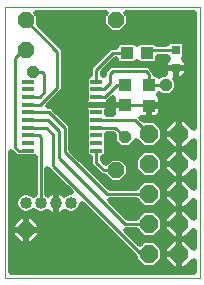
<source format=gtl>
G75*
%MOIN*%
%OFA0B0*%
%FSLAX25Y25*%
%IPPOS*%
%LPD*%
%AMOC8*
5,1,8,0,0,1.08239X$1,22.5*
%
%ADD10C,0.00000*%
%ADD11R,0.03900X0.01200*%
%ADD12R,0.03937X0.04331*%
%ADD13C,0.04000*%
%ADD14R,0.03150X0.03150*%
%ADD15OC8,0.06000*%
%ADD16R,0.04252X0.04134*%
%ADD17OC8,0.05200*%
%ADD18C,0.01000*%
%ADD19OC8,0.04134*%
%ADD20C,0.01969*%
D10*
X0002320Y0001984D02*
X0002320Y0092535D01*
X0067280Y0092535D01*
X0067280Y0001984D01*
X0002320Y0001984D01*
D11*
X0009864Y0044469D03*
X0009864Y0047028D03*
X0009864Y0049587D03*
X0009864Y0052146D03*
X0009864Y0054705D03*
X0009864Y0057264D03*
X0009864Y0059823D03*
X0009864Y0062382D03*
X0009864Y0064941D03*
X0009864Y0067500D03*
X0032838Y0067500D03*
X0032838Y0064941D03*
X0032838Y0062382D03*
X0032838Y0059823D03*
X0032838Y0057264D03*
X0032838Y0054705D03*
X0032838Y0052146D03*
X0032838Y0049587D03*
X0032838Y0047028D03*
X0032838Y0044469D03*
D12*
X0042351Y0059638D03*
X0042351Y0066331D03*
X0043005Y0076984D03*
X0049697Y0076984D03*
D13*
X0024351Y0026984D03*
X0019351Y0026984D03*
X0014351Y0026984D03*
X0009351Y0026984D03*
D14*
X0059351Y0072031D03*
X0059351Y0077937D03*
D15*
X0060351Y0049984D03*
X0060351Y0039984D03*
X0060351Y0029984D03*
X0060351Y0019984D03*
X0060351Y0009984D03*
X0050351Y0009984D03*
X0050351Y0019984D03*
X0050351Y0029984D03*
X0050351Y0039984D03*
X0050351Y0049984D03*
D16*
X0050351Y0059539D03*
X0050351Y0066429D03*
D17*
X0039351Y0087984D03*
X0009351Y0087984D03*
X0009351Y0077984D03*
X0039351Y0037984D03*
X0009351Y0017984D03*
D18*
X0016351Y0017984D01*
X0019351Y0020984D01*
X0019351Y0026984D01*
X0014351Y0026984D02*
X0014351Y0032984D01*
X0014351Y0048984D01*
X0013749Y0049587D01*
X0009864Y0049587D01*
X0009864Y0052146D02*
X0016190Y0052146D01*
X0018351Y0049984D01*
X0018351Y0039368D01*
X0047735Y0009984D01*
X0050351Y0009984D01*
X0050351Y0019984D02*
X0042351Y0019984D01*
X0020351Y0041984D01*
X0020351Y0050984D01*
X0016631Y0054705D01*
X0009864Y0054705D01*
X0009864Y0057264D02*
X0017072Y0057264D01*
X0022351Y0051984D01*
X0022351Y0043984D01*
X0036351Y0029984D01*
X0050351Y0029984D01*
X0039351Y0037984D02*
X0035351Y0037984D01*
X0032838Y0040497D01*
X0032838Y0044469D01*
X0032838Y0052146D02*
X0039190Y0052146D01*
X0042351Y0048984D01*
X0045631Y0054705D02*
X0032838Y0054705D01*
X0032838Y0059823D02*
X0025190Y0059823D01*
X0022351Y0056984D01*
X0016631Y0054705D02*
X0016631Y0054705D01*
X0014190Y0059823D02*
X0009864Y0059823D01*
X0009864Y0062382D02*
X0013864Y0062382D01*
X0015409Y0063927D01*
X0015409Y0069927D01*
X0014568Y0070767D01*
X0011612Y0070767D01*
X0005851Y0075484D02*
X0008351Y0077984D01*
X0009351Y0077984D01*
X0005851Y0075484D02*
X0005851Y0045484D01*
X0006867Y0044469D01*
X0009864Y0044469D01*
X0014190Y0059823D02*
X0019851Y0065484D01*
X0019851Y0077484D01*
X0009351Y0087984D01*
X0018351Y0084984D02*
X0019351Y0083984D01*
X0046351Y0083984D01*
X0050650Y0077937D02*
X0049697Y0076984D01*
X0050650Y0077937D02*
X0059351Y0077937D01*
X0059351Y0072031D02*
X0059351Y0060244D01*
X0060351Y0059244D01*
X0060351Y0049984D01*
X0059351Y0060244D02*
X0051056Y0060244D01*
X0050351Y0059539D01*
X0050068Y0059823D01*
X0042166Y0059823D01*
X0042351Y0059638D01*
X0042166Y0059823D02*
X0032838Y0059823D01*
X0032838Y0062382D02*
X0035749Y0062382D01*
X0039697Y0066331D01*
X0042351Y0066331D01*
X0038351Y0070984D02*
X0049351Y0070984D01*
X0050351Y0069984D01*
X0050351Y0066429D01*
X0056056Y0066429D01*
X0045631Y0054705D02*
X0050351Y0049984D01*
X0035308Y0064941D02*
X0037351Y0066984D01*
X0037351Y0069984D01*
X0038351Y0070984D01*
X0032838Y0071472D02*
X0038351Y0076984D01*
X0043005Y0076984D01*
X0035308Y0064941D02*
X0032838Y0064941D01*
X0032838Y0067500D02*
X0032838Y0071472D01*
D19*
X0022351Y0056984D03*
X0011612Y0070767D03*
X0018351Y0084984D03*
X0042351Y0048984D03*
X0056056Y0066429D03*
X0046351Y0083984D03*
D20*
X0045629Y0080734D02*
X0040380Y0080734D01*
X0039452Y0079806D01*
X0039452Y0079068D01*
X0037488Y0079068D01*
X0031975Y0073556D01*
X0030754Y0072335D01*
X0030754Y0069684D01*
X0030232Y0069684D01*
X0029304Y0068756D01*
X0029304Y0066244D01*
X0029327Y0066220D01*
X0029304Y0066197D01*
X0029304Y0063685D01*
X0029327Y0063661D01*
X0029304Y0063638D01*
X0029304Y0061645D01*
X0029301Y0061641D01*
X0029039Y0061189D01*
X0028904Y0060684D01*
X0028904Y0059823D01*
X0032838Y0059823D01*
X0032838Y0059823D01*
X0028904Y0059823D01*
X0028904Y0058962D01*
X0029039Y0058457D01*
X0029301Y0058004D01*
X0029304Y0058001D01*
X0029304Y0056008D01*
X0029327Y0055984D01*
X0029304Y0055961D01*
X0029304Y0053448D01*
X0029327Y0053425D01*
X0029304Y0053402D01*
X0029304Y0050889D01*
X0029327Y0050866D01*
X0029304Y0050843D01*
X0029304Y0048330D01*
X0029327Y0048307D01*
X0029304Y0048284D01*
X0029304Y0045771D01*
X0029327Y0045748D01*
X0029304Y0045725D01*
X0029304Y0043212D01*
X0030232Y0042284D01*
X0030754Y0042284D01*
X0030754Y0039634D01*
X0031975Y0038413D01*
X0034488Y0035900D01*
X0035518Y0035900D01*
X0037618Y0033800D01*
X0041084Y0033800D01*
X0043535Y0036251D01*
X0043535Y0039717D01*
X0041084Y0042168D01*
X0037618Y0042168D01*
X0035866Y0040417D01*
X0034923Y0041360D01*
X0034923Y0042284D01*
X0035445Y0042284D01*
X0036373Y0043212D01*
X0036373Y0045725D01*
X0036349Y0045748D01*
X0036373Y0045771D01*
X0036373Y0048284D01*
X0036349Y0048307D01*
X0036373Y0048330D01*
X0036373Y0050061D01*
X0038326Y0050061D01*
X0038700Y0049688D01*
X0038700Y0047472D01*
X0040839Y0045333D01*
X0043863Y0045333D01*
X0046002Y0047472D01*
X0046002Y0047850D01*
X0048452Y0045400D01*
X0052250Y0045400D01*
X0054935Y0048085D01*
X0054935Y0051883D01*
X0052250Y0054568D01*
X0048714Y0054568D01*
X0047733Y0055550D01*
X0047964Y0055488D01*
X0050302Y0055488D01*
X0050302Y0059490D01*
X0050400Y0059490D01*
X0050400Y0055488D01*
X0052738Y0055488D01*
X0053243Y0055623D01*
X0053695Y0055885D01*
X0054065Y0056254D01*
X0054326Y0056707D01*
X0054461Y0057211D01*
X0054461Y0059490D01*
X0050400Y0059490D01*
X0050400Y0059589D01*
X0054461Y0059589D01*
X0054461Y0061868D01*
X0054326Y0062372D01*
X0054065Y0062825D01*
X0053695Y0063194D01*
X0053603Y0063248D01*
X0053838Y0063483D01*
X0054543Y0062778D01*
X0057568Y0062778D01*
X0059707Y0064917D01*
X0059707Y0067941D01*
X0059176Y0068472D01*
X0059351Y0068472D01*
X0061187Y0068472D01*
X0061692Y0068608D01*
X0062144Y0068869D01*
X0062514Y0069238D01*
X0062775Y0069691D01*
X0062910Y0070195D01*
X0062910Y0072031D01*
X0059351Y0072031D01*
X0059351Y0068472D01*
X0059351Y0072031D01*
X0059351Y0072031D01*
X0055792Y0072031D01*
X0055792Y0070195D01*
X0055823Y0070080D01*
X0054543Y0070080D01*
X0053838Y0069375D01*
X0053133Y0070080D01*
X0052435Y0070080D01*
X0052435Y0070848D01*
X0051435Y0071848D01*
X0050214Y0073068D01*
X0037488Y0073068D01*
X0036488Y0072068D01*
X0035267Y0070848D01*
X0035267Y0069684D01*
X0034923Y0069684D01*
X0034923Y0070608D01*
X0039214Y0074900D01*
X0039452Y0074900D01*
X0039452Y0074163D01*
X0040380Y0073235D01*
X0045629Y0073235D01*
X0046351Y0073956D01*
X0047073Y0073235D01*
X0052322Y0073235D01*
X0053250Y0074163D01*
X0053250Y0075853D01*
X0056192Y0075853D01*
X0056192Y0075706D01*
X0056650Y0075248D01*
X0056558Y0075194D01*
X0056188Y0074825D01*
X0055927Y0074372D01*
X0055792Y0073868D01*
X0055792Y0072032D01*
X0059351Y0072032D01*
X0059351Y0072031D01*
X0059351Y0072032D01*
X0062910Y0072032D01*
X0062910Y0073868D01*
X0062775Y0074372D01*
X0062514Y0074825D01*
X0062144Y0075194D01*
X0062052Y0075248D01*
X0062510Y0075706D01*
X0062510Y0080168D01*
X0061582Y0081096D01*
X0057120Y0081096D01*
X0056192Y0080168D01*
X0056192Y0080021D01*
X0053035Y0080021D01*
X0052322Y0080734D01*
X0047073Y0080734D01*
X0046351Y0080012D01*
X0045629Y0080734D01*
X0045698Y0080665D02*
X0047004Y0080665D01*
X0043535Y0086251D02*
X0043535Y0089717D01*
X0042701Y0090551D01*
X0065296Y0090551D01*
X0065296Y0052088D01*
X0062416Y0054968D01*
X0060367Y0054968D01*
X0060367Y0050000D01*
X0060335Y0050000D01*
X0060335Y0049968D01*
X0060367Y0049968D01*
X0060367Y0045000D01*
X0062416Y0045000D01*
X0065296Y0047880D01*
X0065296Y0042088D01*
X0062416Y0044968D01*
X0060367Y0044968D01*
X0060367Y0040000D01*
X0060335Y0040000D01*
X0060335Y0039968D01*
X0060367Y0039968D01*
X0060367Y0035000D01*
X0062416Y0035000D01*
X0065296Y0037880D01*
X0065296Y0032088D01*
X0062416Y0034968D01*
X0060367Y0034968D01*
X0060367Y0030000D01*
X0060335Y0030000D01*
X0060335Y0029968D01*
X0060367Y0029968D01*
X0060367Y0025000D01*
X0062416Y0025000D01*
X0065296Y0027880D01*
X0065296Y0022088D01*
X0062416Y0024968D01*
X0060367Y0024968D01*
X0060367Y0020000D01*
X0060335Y0020000D01*
X0060335Y0019968D01*
X0060367Y0019968D01*
X0060367Y0015000D01*
X0062416Y0015000D01*
X0065296Y0017880D01*
X0065296Y0012088D01*
X0062416Y0014968D01*
X0060367Y0014968D01*
X0060367Y0010000D01*
X0060335Y0010000D01*
X0060335Y0009968D01*
X0060367Y0009968D01*
X0060367Y0005000D01*
X0062416Y0005000D01*
X0065296Y0007880D01*
X0065296Y0003968D01*
X0004304Y0003968D01*
X0004304Y0044084D01*
X0004988Y0043400D01*
X0006003Y0042384D01*
X0007157Y0042384D01*
X0007257Y0042284D01*
X0012267Y0042284D01*
X0012267Y0029969D01*
X0011851Y0029553D01*
X0011381Y0030023D01*
X0010064Y0030568D01*
X0008638Y0030568D01*
X0007321Y0030023D01*
X0006312Y0029015D01*
X0005767Y0027697D01*
X0005767Y0026271D01*
X0006312Y0024954D01*
X0007321Y0023946D01*
X0008638Y0023400D01*
X0010064Y0023400D01*
X0011381Y0023946D01*
X0011851Y0024415D01*
X0012321Y0023946D01*
X0013638Y0023400D01*
X0015064Y0023400D01*
X0016381Y0023946D01*
X0016568Y0024133D01*
X0016811Y0023889D01*
X0017464Y0023453D01*
X0018189Y0023153D01*
X0018959Y0023000D01*
X0019351Y0023000D01*
X0019351Y0026984D01*
X0019351Y0026984D01*
X0019351Y0023000D01*
X0019743Y0023000D01*
X0020513Y0023153D01*
X0021238Y0023453D01*
X0021891Y0023889D01*
X0022134Y0024133D01*
X0022321Y0023946D01*
X0023638Y0023400D01*
X0025064Y0023400D01*
X0026381Y0023946D01*
X0027390Y0024954D01*
X0027935Y0026271D01*
X0027935Y0026837D01*
X0045767Y0009005D01*
X0045767Y0008085D01*
X0048452Y0005400D01*
X0052250Y0005400D01*
X0054935Y0008085D01*
X0054935Y0011883D01*
X0052250Y0014568D01*
X0048452Y0014568D01*
X0047275Y0013392D01*
X0042767Y0017900D01*
X0045952Y0017900D01*
X0048452Y0015400D01*
X0052250Y0015400D01*
X0054935Y0018085D01*
X0054935Y0021883D01*
X0052250Y0024568D01*
X0048452Y0024568D01*
X0045952Y0022068D01*
X0043214Y0022068D01*
X0037383Y0027900D01*
X0045952Y0027900D01*
X0048452Y0025400D01*
X0052250Y0025400D01*
X0054935Y0028085D01*
X0054935Y0031883D01*
X0052250Y0034568D01*
X0048452Y0034568D01*
X0045952Y0032068D01*
X0037214Y0032068D01*
X0024435Y0044848D01*
X0024435Y0052848D01*
X0023214Y0054068D01*
X0019156Y0058127D01*
X0017935Y0059348D01*
X0016662Y0059348D01*
X0021935Y0064621D01*
X0021935Y0078348D01*
X0013535Y0086748D01*
X0013535Y0089717D01*
X0012701Y0090551D01*
X0036001Y0090551D01*
X0035167Y0089717D01*
X0035167Y0086251D01*
X0037618Y0083800D01*
X0041084Y0083800D01*
X0043535Y0086251D01*
X0043535Y0086566D02*
X0065296Y0086566D01*
X0065296Y0088533D02*
X0043535Y0088533D01*
X0042753Y0090500D02*
X0065296Y0090500D01*
X0065296Y0084599D02*
X0041883Y0084599D01*
X0040311Y0080665D02*
X0019618Y0080665D01*
X0017651Y0082632D02*
X0065296Y0082632D01*
X0065296Y0080665D02*
X0062013Y0080665D01*
X0062510Y0078698D02*
X0065296Y0078698D01*
X0065296Y0076731D02*
X0062510Y0076731D01*
X0062549Y0074764D02*
X0065296Y0074764D01*
X0065296Y0072797D02*
X0062910Y0072797D01*
X0062910Y0070830D02*
X0065296Y0070830D01*
X0065296Y0068863D02*
X0062134Y0068863D01*
X0059707Y0066896D02*
X0065296Y0066896D01*
X0065296Y0064929D02*
X0059707Y0064929D01*
X0057752Y0062962D02*
X0065296Y0062962D01*
X0065296Y0060995D02*
X0054461Y0060995D01*
X0054461Y0059028D02*
X0065296Y0059028D01*
X0065296Y0057061D02*
X0054421Y0057061D01*
X0053692Y0053127D02*
X0056445Y0053127D01*
X0055367Y0052049D02*
X0055367Y0050000D01*
X0060335Y0050000D01*
X0060335Y0054968D01*
X0058286Y0054968D01*
X0055367Y0052049D01*
X0055367Y0051160D02*
X0054935Y0051160D01*
X0055367Y0049968D02*
X0055367Y0047920D01*
X0058286Y0045000D01*
X0060335Y0045000D01*
X0060335Y0049968D01*
X0055367Y0049968D01*
X0055367Y0049193D02*
X0054935Y0049193D01*
X0054075Y0047226D02*
X0056061Y0047226D01*
X0058028Y0045259D02*
X0036373Y0045259D01*
X0036373Y0047226D02*
X0038946Y0047226D01*
X0038700Y0049193D02*
X0036373Y0049193D01*
X0036373Y0043292D02*
X0047175Y0043292D01*
X0048452Y0044568D02*
X0045767Y0041883D01*
X0045767Y0038085D01*
X0048452Y0035400D01*
X0052250Y0035400D01*
X0054935Y0038085D01*
X0054935Y0041883D01*
X0052250Y0044568D01*
X0048452Y0044568D01*
X0046627Y0047226D02*
X0045756Y0047226D01*
X0045767Y0041325D02*
X0041928Y0041325D01*
X0043535Y0039358D02*
X0045767Y0039358D01*
X0046462Y0037391D02*
X0043535Y0037391D01*
X0042708Y0035424D02*
X0048429Y0035424D01*
X0047340Y0033456D02*
X0035826Y0033456D01*
X0035994Y0035424D02*
X0033859Y0035424D01*
X0032997Y0037391D02*
X0031892Y0037391D01*
X0031030Y0039358D02*
X0029925Y0039358D01*
X0030754Y0041325D02*
X0027958Y0041325D01*
X0029304Y0043292D02*
X0025991Y0043292D01*
X0024435Y0045259D02*
X0029304Y0045259D01*
X0029304Y0047226D02*
X0024435Y0047226D01*
X0024435Y0049193D02*
X0029304Y0049193D01*
X0029304Y0051160D02*
X0024435Y0051160D01*
X0024156Y0053127D02*
X0029304Y0053127D01*
X0029304Y0055094D02*
X0022189Y0055094D01*
X0020222Y0057061D02*
X0029304Y0057061D01*
X0028904Y0059028D02*
X0018255Y0059028D01*
X0018309Y0060995D02*
X0028987Y0060995D01*
X0029304Y0062962D02*
X0020276Y0062962D01*
X0021935Y0064929D02*
X0029304Y0064929D01*
X0029304Y0066896D02*
X0021935Y0066896D01*
X0021935Y0068863D02*
X0029411Y0068863D01*
X0030754Y0070830D02*
X0021935Y0070830D01*
X0021935Y0072797D02*
X0031216Y0072797D01*
X0033183Y0074764D02*
X0021935Y0074764D01*
X0021935Y0076731D02*
X0035150Y0076731D01*
X0037117Y0078698D02*
X0021585Y0078698D01*
X0015684Y0084599D02*
X0036819Y0084599D01*
X0035167Y0086566D02*
X0013717Y0086566D01*
X0013535Y0088533D02*
X0035167Y0088533D01*
X0035949Y0090500D02*
X0012753Y0090500D01*
X0035144Y0070830D02*
X0035267Y0070830D01*
X0037111Y0072797D02*
X0037216Y0072797D01*
X0039078Y0074764D02*
X0039452Y0074764D01*
X0038405Y0062091D02*
X0038398Y0062064D01*
X0038398Y0059638D01*
X0042351Y0059638D01*
X0042351Y0059638D01*
X0038398Y0059638D01*
X0038398Y0057211D01*
X0038511Y0056789D01*
X0036373Y0056789D01*
X0036373Y0058001D01*
X0036376Y0058004D01*
X0036637Y0058457D01*
X0036773Y0058962D01*
X0036773Y0059823D01*
X0036773Y0060458D01*
X0038405Y0062091D01*
X0038398Y0060995D02*
X0037309Y0060995D01*
X0036773Y0059823D02*
X0032839Y0059823D01*
X0032839Y0059823D01*
X0036773Y0059823D01*
X0036773Y0059028D02*
X0038398Y0059028D01*
X0038439Y0057061D02*
X0036373Y0057061D01*
X0048189Y0055094D02*
X0065296Y0055094D01*
X0065296Y0053127D02*
X0064257Y0053127D01*
X0060367Y0053127D02*
X0060335Y0053127D01*
X0060335Y0051160D02*
X0060367Y0051160D01*
X0060335Y0049193D02*
X0060367Y0049193D01*
X0060335Y0047226D02*
X0060367Y0047226D01*
X0060335Y0045259D02*
X0060367Y0045259D01*
X0060335Y0044968D02*
X0058286Y0044968D01*
X0055367Y0042049D01*
X0055367Y0040000D01*
X0060335Y0040000D01*
X0060335Y0044968D01*
X0060335Y0043292D02*
X0060367Y0043292D01*
X0060335Y0041325D02*
X0060367Y0041325D01*
X0060335Y0039968D02*
X0055367Y0039968D01*
X0055367Y0037920D01*
X0058286Y0035000D01*
X0060335Y0035000D01*
X0060335Y0039968D01*
X0060335Y0039358D02*
X0060367Y0039358D01*
X0060335Y0037391D02*
X0060367Y0037391D01*
X0060335Y0035424D02*
X0060367Y0035424D01*
X0060335Y0034968D02*
X0058286Y0034968D01*
X0055367Y0032049D01*
X0055367Y0030000D01*
X0060335Y0030000D01*
X0060335Y0034968D01*
X0060335Y0033456D02*
X0060367Y0033456D01*
X0060335Y0031489D02*
X0060367Y0031489D01*
X0060335Y0029968D02*
X0055367Y0029968D01*
X0055367Y0027920D01*
X0058286Y0025000D01*
X0060335Y0025000D01*
X0060335Y0029968D01*
X0060335Y0029522D02*
X0060367Y0029522D01*
X0060335Y0027555D02*
X0060367Y0027555D01*
X0060335Y0025588D02*
X0060367Y0025588D01*
X0060335Y0024968D02*
X0058286Y0024968D01*
X0055367Y0022049D01*
X0055367Y0020000D01*
X0060335Y0020000D01*
X0060335Y0024968D01*
X0060335Y0023621D02*
X0060367Y0023621D01*
X0060335Y0021654D02*
X0060367Y0021654D01*
X0060335Y0019968D02*
X0055367Y0019968D01*
X0055367Y0017920D01*
X0058286Y0015000D01*
X0060335Y0015000D01*
X0060335Y0019968D01*
X0060335Y0019687D02*
X0060367Y0019687D01*
X0060335Y0017720D02*
X0060367Y0017720D01*
X0060335Y0015753D02*
X0060367Y0015753D01*
X0060335Y0014968D02*
X0058286Y0014968D01*
X0055367Y0012049D01*
X0055367Y0010000D01*
X0060335Y0010000D01*
X0060335Y0014968D01*
X0060335Y0013786D02*
X0060367Y0013786D01*
X0060335Y0011819D02*
X0060367Y0011819D01*
X0060335Y0009968D02*
X0055367Y0009968D01*
X0055367Y0007920D01*
X0058286Y0005000D01*
X0060335Y0005000D01*
X0060335Y0009968D01*
X0060335Y0009852D02*
X0060367Y0009852D01*
X0060335Y0007885D02*
X0060367Y0007885D01*
X0060335Y0005918D02*
X0060367Y0005918D01*
X0063334Y0005918D02*
X0065296Y0005918D01*
X0065296Y0013786D02*
X0063598Y0013786D01*
X0063169Y0015753D02*
X0065296Y0015753D01*
X0065296Y0017720D02*
X0065136Y0017720D01*
X0065296Y0023621D02*
X0063763Y0023621D01*
X0063004Y0025588D02*
X0065296Y0025588D01*
X0065296Y0027555D02*
X0064971Y0027555D01*
X0065296Y0033456D02*
X0063928Y0033456D01*
X0062839Y0035424D02*
X0065296Y0035424D01*
X0065296Y0037391D02*
X0064806Y0037391D01*
X0065296Y0043292D02*
X0064092Y0043292D01*
X0065296Y0045259D02*
X0062674Y0045259D01*
X0064641Y0047226D02*
X0065296Y0047226D01*
X0057863Y0035424D02*
X0052273Y0035424D01*
X0053362Y0033456D02*
X0056774Y0033456D01*
X0055367Y0031489D02*
X0054935Y0031489D01*
X0054935Y0029522D02*
X0055367Y0029522D01*
X0055731Y0027555D02*
X0054405Y0027555D01*
X0052438Y0025588D02*
X0057698Y0025588D01*
X0056939Y0023621D02*
X0053197Y0023621D01*
X0054935Y0021654D02*
X0055367Y0021654D01*
X0055367Y0019687D02*
X0054935Y0019687D01*
X0054570Y0017720D02*
X0055566Y0017720D01*
X0057533Y0015753D02*
X0052603Y0015753D01*
X0053032Y0013786D02*
X0057104Y0013786D01*
X0055367Y0011819D02*
X0054935Y0011819D01*
X0054935Y0009852D02*
X0055367Y0009852D01*
X0055401Y0007885D02*
X0054735Y0007885D01*
X0052768Y0005918D02*
X0057368Y0005918D01*
X0047934Y0005918D02*
X0004304Y0005918D01*
X0004304Y0007885D02*
X0045967Y0007885D01*
X0044919Y0009852D02*
X0004304Y0009852D01*
X0004304Y0011819D02*
X0042952Y0011819D01*
X0040985Y0013786D02*
X0011636Y0013786D01*
X0011250Y0013400D02*
X0013935Y0016085D01*
X0013935Y0017984D01*
X0009351Y0017984D01*
X0009351Y0017984D01*
X0009351Y0013400D01*
X0007452Y0013400D01*
X0004767Y0016085D01*
X0004767Y0017984D01*
X0009351Y0017984D01*
X0009351Y0013400D01*
X0011250Y0013400D01*
X0009351Y0013786D02*
X0009351Y0013786D01*
X0009351Y0015753D02*
X0009351Y0015753D01*
X0009351Y0017720D02*
X0009351Y0017720D01*
X0009351Y0017984D02*
X0009351Y0017984D01*
X0009351Y0017984D01*
X0004767Y0017984D01*
X0004767Y0019883D01*
X0007452Y0022568D01*
X0009351Y0022568D01*
X0011250Y0022568D01*
X0013935Y0019883D01*
X0013935Y0017984D01*
X0009351Y0017984D01*
X0009351Y0022568D01*
X0009351Y0017984D01*
X0009351Y0017984D01*
X0009351Y0019687D02*
X0009351Y0019687D01*
X0009351Y0021654D02*
X0009351Y0021654D01*
X0008104Y0023621D02*
X0004304Y0023621D01*
X0004304Y0021654D02*
X0006538Y0021654D01*
X0004767Y0019687D02*
X0004304Y0019687D01*
X0004304Y0017720D02*
X0004767Y0017720D01*
X0005099Y0015753D02*
X0004304Y0015753D01*
X0004304Y0013786D02*
X0007066Y0013786D01*
X0012164Y0021654D02*
X0033117Y0021654D01*
X0035084Y0019687D02*
X0013935Y0019687D01*
X0013935Y0017720D02*
X0037051Y0017720D01*
X0039018Y0015753D02*
X0013603Y0015753D01*
X0013104Y0023621D02*
X0010599Y0023621D01*
X0006050Y0025588D02*
X0004304Y0025588D01*
X0004304Y0027555D02*
X0005767Y0027555D01*
X0006820Y0029522D02*
X0004304Y0029522D01*
X0004304Y0031489D02*
X0012267Y0031489D01*
X0012267Y0033456D02*
X0004304Y0033456D01*
X0004304Y0035424D02*
X0012267Y0035424D01*
X0012267Y0037391D02*
X0004304Y0037391D01*
X0004304Y0039358D02*
X0012267Y0039358D01*
X0012267Y0041325D02*
X0004304Y0041325D01*
X0004304Y0043292D02*
X0005096Y0043292D01*
X0016435Y0038337D02*
X0016435Y0029969D01*
X0016568Y0029836D01*
X0016811Y0030079D01*
X0017464Y0030515D01*
X0018189Y0030815D01*
X0018959Y0030968D01*
X0019351Y0030968D01*
X0019351Y0026984D01*
X0019351Y0026984D01*
X0019351Y0030968D01*
X0019743Y0030968D01*
X0020513Y0030815D01*
X0021238Y0030515D01*
X0021891Y0030079D01*
X0022134Y0029836D01*
X0022321Y0030023D01*
X0023638Y0030568D01*
X0024203Y0030568D01*
X0016435Y0038337D01*
X0016435Y0037391D02*
X0017381Y0037391D01*
X0016435Y0035424D02*
X0019348Y0035424D01*
X0021315Y0033456D02*
X0016435Y0033456D01*
X0016435Y0031489D02*
X0023282Y0031489D01*
X0019351Y0029522D02*
X0019351Y0029522D01*
X0019351Y0027555D02*
X0019351Y0027555D01*
X0019351Y0025588D02*
X0019351Y0025588D01*
X0019351Y0023621D02*
X0019351Y0023621D01*
X0017212Y0023621D02*
X0015599Y0023621D01*
X0021490Y0023621D02*
X0023104Y0023621D01*
X0025599Y0023621D02*
X0031150Y0023621D01*
X0029183Y0025588D02*
X0027652Y0025588D01*
X0037727Y0027555D02*
X0046297Y0027555D01*
X0048264Y0025588D02*
X0039694Y0025588D01*
X0041661Y0023621D02*
X0047505Y0023621D01*
X0046132Y0017720D02*
X0042947Y0017720D01*
X0044914Y0015753D02*
X0048099Y0015753D01*
X0047670Y0013786D02*
X0046881Y0013786D01*
X0054240Y0037391D02*
X0055896Y0037391D01*
X0055367Y0039358D02*
X0054935Y0039358D01*
X0054935Y0041325D02*
X0055367Y0041325D01*
X0056610Y0043292D02*
X0053527Y0043292D01*
X0050400Y0057061D02*
X0050302Y0057061D01*
X0050302Y0059028D02*
X0050400Y0059028D01*
X0053928Y0062962D02*
X0054360Y0062962D01*
X0059351Y0068863D02*
X0059351Y0068863D01*
X0059351Y0070830D02*
X0059351Y0070830D01*
X0055792Y0070830D02*
X0052435Y0070830D01*
X0050486Y0072797D02*
X0055792Y0072797D01*
X0056153Y0074764D02*
X0053250Y0074764D01*
X0052391Y0080665D02*
X0056689Y0080665D01*
X0036774Y0041325D02*
X0034958Y0041325D01*
M02*

</source>
